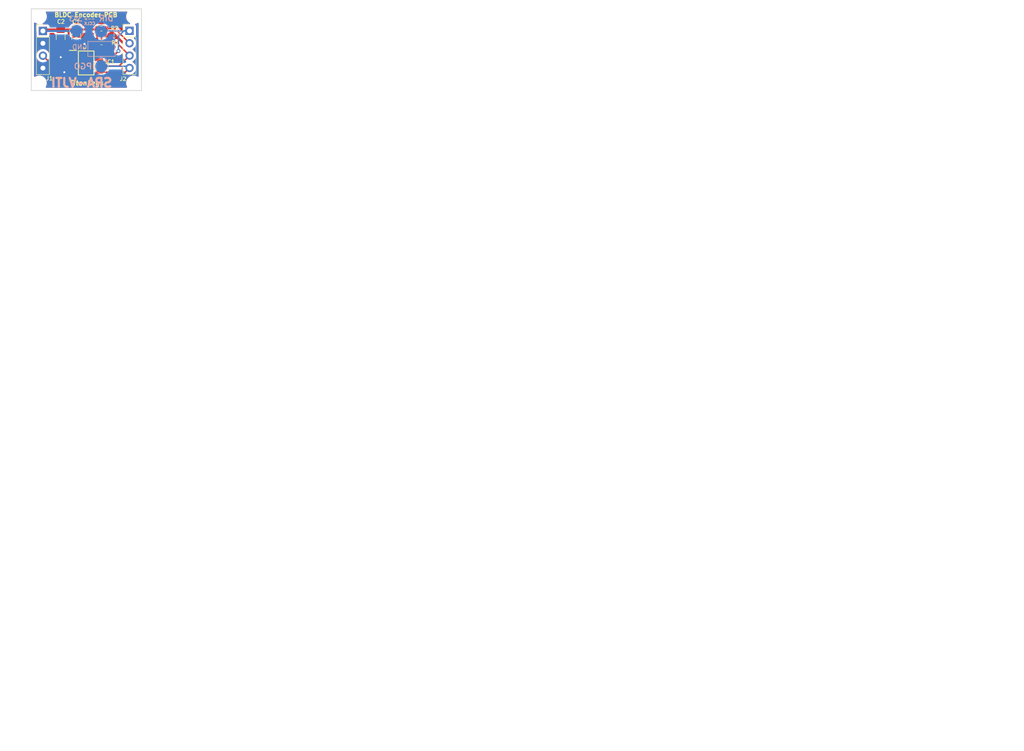
<source format=kicad_pcb>
(kicad_pcb (version 20171130) (host pcbnew 5.1.5+dfsg1-2build2)

  (general
    (thickness 1.6)
    (drawings 10)
    (tracks 59)
    (zones 0)
    (modules 19)
    (nets 8)
  )

  (page A4)
  (layers
    (0 F.Cu signal)
    (31 B.Cu signal)
    (32 B.Adhes user)
    (33 F.Adhes user)
    (34 B.Paste user)
    (35 F.Paste user)
    (36 B.SilkS user)
    (37 F.SilkS user)
    (38 B.Mask user)
    (39 F.Mask user)
    (40 Dwgs.User user)
    (41 Cmts.User user)
    (42 Eco1.User user)
    (43 Eco2.User user)
    (44 Edge.Cuts user)
    (45 Margin user)
    (46 B.CrtYd user)
    (47 F.CrtYd user)
    (48 B.Fab user)
    (49 F.Fab user)
  )

  (setup
    (last_trace_width 0.4)
    (user_trace_width 0.2)
    (user_trace_width 0.3)
    (user_trace_width 0.4)
    (trace_clearance 0.2)
    (zone_clearance 0.508)
    (zone_45_only yes)
    (trace_min 0.2)
    (via_size 0.8)
    (via_drill 0.4)
    (via_min_size 0.4)
    (via_min_drill 0.3)
    (uvia_size 0.3)
    (uvia_drill 0.1)
    (uvias_allowed no)
    (uvia_min_size 0.2)
    (uvia_min_drill 0.1)
    (edge_width 0.05)
    (segment_width 0.2)
    (pcb_text_width 0.3)
    (pcb_text_size 1.5 1.5)
    (mod_edge_width 0.12)
    (mod_text_size 1 1)
    (mod_text_width 0.15)
    (pad_size 5 2.5)
    (pad_drill 0)
    (pad_to_mask_clearance 0.051)
    (solder_mask_min_width 0.25)
    (aux_axis_origin 0 0)
    (visible_elements FFFFFF7F)
    (pcbplotparams
      (layerselection 0x010fc_ffffffff)
      (usegerberextensions false)
      (usegerberattributes false)
      (usegerberadvancedattributes false)
      (creategerberjobfile false)
      (excludeedgelayer true)
      (linewidth 0.100000)
      (plotframeref false)
      (viasonmask false)
      (mode 1)
      (useauxorigin false)
      (hpglpennumber 1)
      (hpglpenspeed 20)
      (hpglpendiameter 15.000000)
      (psnegative false)
      (psa4output false)
      (plotreference true)
      (plotvalue true)
      (plotinvisibletext false)
      (padsonsilk false)
      (subtractmaskfromsilk false)
      (outputformat 1)
      (mirror false)
      (drillshape 0)
      (scaleselection 1)
      (outputdirectory "../gerbers/"))
  )

  (net 0 "")
  (net 1 +3V3)
  (net 2 GND)
  (net 3 /DIR)
  (net 4 /SCL)
  (net 5 /SDA)
  (net 6 /PGO)
  (net 7 /OUT)

  (net_class Default "This is the default net class."
    (clearance 0.2)
    (trace_width 0.2)
    (via_dia 0.8)
    (via_drill 0.4)
    (uvia_dia 0.3)
    (uvia_drill 0.1)
    (add_net +3V3)
    (add_net /DIR)
    (add_net /OUT)
    (add_net /PGO)
    (add_net /SCL)
    (add_net /SDA)
    (add_net GND)
  )

  (module MountingHole:MountingHole_2.1mm (layer F.Cu) (tedit 5B924765) (tstamp 612527AC)
    (at 211.50834 148.39442)
    (descr "Mounting Hole 2.1mm, no annular")
    (tags "mounting hole 2.1mm no annular")
    (attr virtual)
    (fp_text reference REF** (at 0 -3.2) (layer F.SilkS) hide
      (effects (font (size 1 1) (thickness 0.15)))
    )
    (fp_text value MountingHole_2.1mm (at 0 3.2) (layer F.Fab)
      (effects (font (size 1 1) (thickness 0.15)))
    )
    (fp_text user %R (at 0.3 0) (layer F.Fab)
      (effects (font (size 1 1) (thickness 0.15)))
    )
    (fp_circle (center 0 0) (end 2.1 0) (layer Cmts.User) (width 0.15))
    (fp_circle (center 0 0) (end 2.35 0) (layer F.CrtYd) (width 0.05))
    (pad "" np_thru_hole circle (at 0 0) (size 2.1 2.1) (drill 2.1) (layers *.Cu *.Mask))
  )

  (module MountingHole:MountingHole_2.1mm (layer F.Cu) (tedit 5B924765) (tstamp 6125279E)
    (at 211.50834 162.04438)
    (descr "Mounting Hole 2.1mm, no annular")
    (tags "mounting hole 2.1mm no annular")
    (attr virtual)
    (fp_text reference REF** (at 0 -3.2) (layer F.SilkS) hide
      (effects (font (size 1 1) (thickness 0.15)))
    )
    (fp_text value MountingHole_2.1mm (at 0 3.2) (layer F.Fab)
      (effects (font (size 1 1) (thickness 0.15)))
    )
    (fp_circle (center 0 0) (end 2.35 0) (layer F.CrtYd) (width 0.05))
    (fp_circle (center 0 0) (end 2.1 0) (layer Cmts.User) (width 0.15))
    (fp_text user %R (at 0.3 0) (layer F.Fab)
      (effects (font (size 1 1) (thickness 0.15)))
    )
    (pad "" np_thru_hole circle (at 0 0) (size 2.1 2.1) (drill 2.1) (layers *.Cu *.Mask))
  )

  (module MountingHole:MountingHole_2.1mm (layer F.Cu) (tedit 5B924765) (tstamp 61252790)
    (at 192.13322 162.04438)
    (descr "Mounting Hole 2.1mm, no annular")
    (tags "mounting hole 2.1mm no annular")
    (attr virtual)
    (fp_text reference REF** (at 0 -3.2) (layer F.SilkS) hide
      (effects (font (size 1 1) (thickness 0.15)))
    )
    (fp_text value MountingHole_2.1mm (at 0 3.2) (layer F.Fab)
      (effects (font (size 1 1) (thickness 0.15)))
    )
    (fp_text user %R (at 0.3 0) (layer F.Fab)
      (effects (font (size 1 1) (thickness 0.15)))
    )
    (fp_circle (center 0 0) (end 2.1 0) (layer Cmts.User) (width 0.15))
    (fp_circle (center 0 0) (end 2.35 0) (layer F.CrtYd) (width 0.05))
    (pad "" np_thru_hole circle (at 0 0) (size 2.1 2.1) (drill 2.1) (layers *.Cu *.Mask))
  )

  (module "" (layer F.Cu) (tedit 0) (tstamp 61252756)
    (at 201.60488 145.24736)
    (fp_text reference "" (at 192.15354 148.37918) (layer F.SilkS)
      (effects (font (size 1.27 1.27) (thickness 0.15)))
    )
    (fp_text value "" (at 192.15354 148.37918) (layer F.SilkS)
      (effects (font (size 1.27 1.27) (thickness 0.15)))
    )
    (fp_text user %R (at 192.43322 148.28012) (layer F.Fab)
      (effects (font (size 1 1) (thickness 0.15)))
    )
  )

  (module "" (layer F.Cu) (tedit 0) (tstamp 61252756)
    (at 200.35012 149.1869)
    (fp_text reference "" (at 192.15354 148.37918) (layer F.SilkS)
      (effects (font (size 1.27 1.27) (thickness 0.15)))
    )
    (fp_text value "" (at 192.15354 148.37918) (layer F.SilkS)
      (effects (font (size 1.27 1.27) (thickness 0.15)))
    )
    (fp_text user %R (at 192.43322 148.28012) (layer F.Fab)
      (effects (font (size 1 1) (thickness 0.15)))
    )
  )

  (module "" (layer F.Cu) (tedit 0) (tstamp 6125274C)
    (at 195.17106 150.48738)
    (fp_text reference "" (at 192.15354 148.37918) (layer F.SilkS)
      (effects (font (size 1.27 1.27) (thickness 0.15)))
    )
    (fp_text value "" (at 192.15354 148.37918) (layer F.SilkS)
      (effects (font (size 1.27 1.27) (thickness 0.15)))
    )
    (fp_text user %R (at 192.43322 148.28012) (layer F.Fab)
      (effects (font (size 1 1) (thickness 0.15)))
    )
  )

  (module "" (layer F.Cu) (tedit 0) (tstamp 0)
    (at 193.98488 149.18182)
    (fp_text reference "" (at 192.15354 148.37918) (layer F.SilkS)
      (effects (font (size 1.27 1.27) (thickness 0.15)))
    )
    (fp_text value "" (at 192.15354 148.37918) (layer F.SilkS)
      (effects (font (size 1.27 1.27) (thickness 0.15)))
    )
    (fp_text user %R (at 192.43322 148.28012) (layer F.Fab)
      (effects (font (size 1 1) (thickness 0.15)))
    )
  )

  (module MountingHole:MountingHole_2.1mm (layer F.Cu) (tedit 5B924765) (tstamp 61252734)
    (at 192.15354 148.37918)
    (descr "Mounting Hole 2.1mm, no annular")
    (tags "mounting hole 2.1mm no annular")
    (attr virtual)
    (fp_text reference REF** (at 0 -3.2) (layer F.SilkS) hide
      (effects (font (size 1 1) (thickness 0.15)))
    )
    (fp_text value MountingHole_2.1mm (at 0 3.2) (layer F.Fab)
      (effects (font (size 1 1) (thickness 0.15)))
    )
    (fp_circle (center 0 0) (end 2.35 0) (layer F.CrtYd) (width 0.05))
    (fp_circle (center 0 0) (end 2.1 0) (layer Cmts.User) (width 0.15))
    (fp_text user %R (at 0.3 0) (layer F.Fab)
      (effects (font (size 1 1) (thickness 0.15)))
    )
    (pad "" np_thru_hole circle (at 0 0) (size 2.1 2.1) (drill 2.1) (layers *.Cu *.Mask))
  )

  (module Resistor_SMD:R_0603_1608Metric_Pad1.05x0.95mm_HandSolder (layer F.Cu) (tedit 5B301BBD) (tstamp 6124796B)
    (at 204.89 150.86)
    (descr "Resistor SMD 0603 (1608 Metric), square (rectangular) end terminal, IPC_7351 nominal with elongated pad for handsoldering. (Body size source: http://www.tortai-tech.com/upload/download/2011102023233369053.pdf), generated with kicad-footprint-generator")
    (tags "resistor handsolder")
    (path /6123992D)
    (attr smd)
    (fp_text reference R2 (at 2.72198 -0.03988) (layer F.SilkS)
      (effects (font (size 0.8 0.8) (thickness 0.15)))
    )
    (fp_text value 4.7k (at 0 1.43) (layer F.Fab)
      (effects (font (size 1 1) (thickness 0.15)))
    )
    (fp_text user %R (at 0 0) (layer F.Fab)
      (effects (font (size 0.4 0.4) (thickness 0.06)))
    )
    (fp_line (start 1.65 0.73) (end -1.65 0.73) (layer F.CrtYd) (width 0.05))
    (fp_line (start 1.65 -0.73) (end 1.65 0.73) (layer F.CrtYd) (width 0.05))
    (fp_line (start -1.65 -0.73) (end 1.65 -0.73) (layer F.CrtYd) (width 0.05))
    (fp_line (start -1.65 0.73) (end -1.65 -0.73) (layer F.CrtYd) (width 0.05))
    (fp_line (start -0.171267 0.51) (end 0.171267 0.51) (layer F.SilkS) (width 0.12))
    (fp_line (start -0.171267 -0.51) (end 0.171267 -0.51) (layer F.SilkS) (width 0.12))
    (fp_line (start 0.8 0.4) (end -0.8 0.4) (layer F.Fab) (width 0.1))
    (fp_line (start 0.8 -0.4) (end 0.8 0.4) (layer F.Fab) (width 0.1))
    (fp_line (start -0.8 -0.4) (end 0.8 -0.4) (layer F.Fab) (width 0.1))
    (fp_line (start -0.8 0.4) (end -0.8 -0.4) (layer F.Fab) (width 0.1))
    (pad 2 smd roundrect (at 0.875 0) (size 1.05 0.95) (layers F.Cu F.Paste F.Mask) (roundrect_rratio 0.25)
      (net 4 /SCL))
    (pad 1 smd roundrect (at -0.875 0) (size 1.05 0.95) (layers F.Cu F.Paste F.Mask) (roundrect_rratio 0.25)
      (net 1 +3V3))
    (model ${KISYS3DMOD}/Resistor_SMD.3dshapes/R_0603_1608Metric.wrl
      (at (xyz 0 0 0))
      (scale (xyz 1 1 1))
      (rotate (xyz 0 0 0))
    )
  )

  (module Resistor_SMD:R_0603_1608Metric_Pad1.05x0.95mm_HandSolder (layer F.Cu) (tedit 5B301BBD) (tstamp 6125670C)
    (at 204.91 153.69)
    (descr "Resistor SMD 0603 (1608 Metric), square (rectangular) end terminal, IPC_7351 nominal with elongated pad for handsoldering. (Body size source: http://www.tortai-tech.com/upload/download/2011102023233369053.pdf), generated with kicad-footprint-generator")
    (tags "resistor handsolder")
    (path /61239588)
    (attr smd)
    (fp_text reference R1 (at 2.81628 0.08668) (layer F.SilkS)
      (effects (font (size 0.8 0.8) (thickness 0.15)))
    )
    (fp_text value 4.7k (at 0 1.43) (layer F.Fab)
      (effects (font (size 1 1) (thickness 0.15)))
    )
    (fp_text user %R (at 0 0) (layer F.Fab)
      (effects (font (size 0.4 0.4) (thickness 0.06)))
    )
    (fp_line (start 1.65 0.73) (end -1.65 0.73) (layer F.CrtYd) (width 0.05))
    (fp_line (start 1.65 -0.73) (end 1.65 0.73) (layer F.CrtYd) (width 0.05))
    (fp_line (start -1.65 -0.73) (end 1.65 -0.73) (layer F.CrtYd) (width 0.05))
    (fp_line (start -1.65 0.73) (end -1.65 -0.73) (layer F.CrtYd) (width 0.05))
    (fp_line (start -0.171267 0.51) (end 0.171267 0.51) (layer F.SilkS) (width 0.12))
    (fp_line (start -0.171267 -0.51) (end 0.171267 -0.51) (layer F.SilkS) (width 0.12))
    (fp_line (start 0.8 0.4) (end -0.8 0.4) (layer F.Fab) (width 0.1))
    (fp_line (start 0.8 -0.4) (end 0.8 0.4) (layer F.Fab) (width 0.1))
    (fp_line (start -0.8 -0.4) (end 0.8 -0.4) (layer F.Fab) (width 0.1))
    (fp_line (start -0.8 0.4) (end -0.8 -0.4) (layer F.Fab) (width 0.1))
    (pad 2 smd roundrect (at 0.875 0) (size 1.05 0.95) (layers F.Cu F.Paste F.Mask) (roundrect_rratio 0.25)
      (net 5 /SDA))
    (pad 1 smd roundrect (at -0.875 0) (size 1.05 0.95) (layers F.Cu F.Paste F.Mask) (roundrect_rratio 0.25)
      (net 1 +3V3))
    (model ${KISYS3DMOD}/Resistor_SMD.3dshapes/R_0603_1608Metric.wrl
      (at (xyz 0 0 0))
      (scale (xyz 1 1 1))
      (rotate (xyz 0 0 0))
    )
  )

  (module TestPoint:TestPoint_Pad_D2.5mm (layer B.Cu) (tedit 61250885) (tstamp 61249B29)
    (at 204.91 155.04)
    (descr "SMD pad as test Point, diameter 2.5mm")
    (tags "test point SMD pad")
    (path /612B9A0F)
    (attr virtual)
    (fp_text reference GND (at -4.47606 -0.3794) (layer B.SilkS)
      (effects (font (size 1 1) (thickness 0.15)) (justify mirror))
    )
    (fp_text value TestPoint (at 0 -2.25) (layer B.Fab)
      (effects (font (size 1 1) (thickness 0.15)) (justify mirror))
    )
    (fp_circle (center 0 0) (end 1.75 0) (layer B.CrtYd) (width 0.05))
    (fp_text user %R (at 0 2.15) (layer B.Fab)
      (effects (font (size 1 1) (thickness 0.15)) (justify mirror))
    )
    (fp_line (start 2.794 1.524) (end 2.794 -1.524) (layer B.SilkS) (width 0.12))
    (fp_line (start 2.794 -1.524) (end -2.794 -1.524) (layer B.SilkS) (width 0.12))
    (fp_line (start -2.794 -1.524) (end -2.794 1.524) (layer B.SilkS) (width 0.12))
    (fp_line (start -2.794 1.524) (end 2.794 1.524) (layer B.SilkS) (width 0.12))
    (pad 1 smd rect (at 0 0) (size 5 2.5) (layers B.Cu B.Mask)
      (net 2 GND))
  )

  (module Connector_PinHeader_2.54mm:PinHeader_1x04_P2.54mm_Vertical (layer F.Cu) (tedit 59FED5CC) (tstamp 61251CC3)
    (at 192.89 151.35)
    (descr "Through hole straight pin header, 1x04, 2.54mm pitch, single row")
    (tags "Through hole pin header THT 1x04 2.54mm single row")
    (path /61256721)
    (fp_text reference J1 (at 1.34 9.74) (layer F.SilkS)
      (effects (font (size 0.8 0.8) (thickness 0.15)))
    )
    (fp_text value Conn_01x04_Male (at 0 9.95) (layer F.Fab)
      (effects (font (size 1 1) (thickness 0.15)))
    )
    (fp_text user %R (at 0 3.81 90) (layer F.Fab)
      (effects (font (size 1 1) (thickness 0.15)))
    )
    (fp_line (start 1.8 -1.8) (end -1.8 -1.8) (layer F.CrtYd) (width 0.05))
    (fp_line (start 1.8 9.4) (end 1.8 -1.8) (layer F.CrtYd) (width 0.05))
    (fp_line (start -1.8 9.4) (end 1.8 9.4) (layer F.CrtYd) (width 0.05))
    (fp_line (start -1.8 -1.8) (end -1.8 9.4) (layer F.CrtYd) (width 0.05))
    (fp_line (start -1.33 -1.33) (end 0 -1.33) (layer F.SilkS) (width 0.12))
    (fp_line (start -1.33 0) (end -1.33 -1.33) (layer F.SilkS) (width 0.12))
    (fp_line (start -1.33 1.27) (end 1.33 1.27) (layer F.SilkS) (width 0.12))
    (fp_line (start 1.33 1.27) (end 1.33 8.95) (layer F.SilkS) (width 0.12))
    (fp_line (start -1.33 1.27) (end -1.33 8.95) (layer F.SilkS) (width 0.12))
    (fp_line (start -1.33 8.95) (end 1.33 8.95) (layer F.SilkS) (width 0.12))
    (fp_line (start -1.27 -0.635) (end -0.635 -1.27) (layer F.Fab) (width 0.1))
    (fp_line (start -1.27 8.89) (end -1.27 -0.635) (layer F.Fab) (width 0.1))
    (fp_line (start 1.27 8.89) (end -1.27 8.89) (layer F.Fab) (width 0.1))
    (fp_line (start 1.27 -1.27) (end 1.27 8.89) (layer F.Fab) (width 0.1))
    (fp_line (start -0.635 -1.27) (end 1.27 -1.27) (layer F.Fab) (width 0.1))
    (pad 4 thru_hole oval (at 0 7.62) (size 1.7 1.7) (drill 1) (layers *.Cu *.Mask)
      (net 2 GND))
    (pad 3 thru_hole oval (at 0 5.08) (size 1.7 1.7) (drill 1) (layers *.Cu *.Mask)
      (net 7 /OUT))
    (pad 2 thru_hole oval (at 0 2.54) (size 1.7 1.7) (drill 1) (layers *.Cu *.Mask)
      (net 2 GND))
    (pad 1 thru_hole rect (at 0 0) (size 1.7 1.7) (drill 1) (layers *.Cu *.Mask)
      (net 1 +3V3))
    (model ${KISYS3DMOD}/Connector_PinHeader_2.54mm.3dshapes/PinHeader_1x04_P2.54mm_Vertical.wrl
      (offset (xyz 0 0 -1.5))
      (scale (xyz 1 1 1))
      (rotate (xyz 0 180 0))
    )
  )

  (module Capacitor_SMD:C_1206_3216Metric_Pad1.42x1.75mm_HandSolder (layer F.Cu) (tedit 5B301BBE) (tstamp 612478F3)
    (at 196.53 152.53 270)
    (descr "Capacitor SMD 1206 (3216 Metric), square (rectangular) end terminal, IPC_7351 nominal with elongated pad for handsoldering. (Body size source: http://www.tortai-tech.com/upload/download/2011102023233369053.pdf), generated with kicad-footprint-generator")
    (tags "capacitor handsolder")
    (path /6123B253)
    (attr smd)
    (fp_text reference C2 (at -3.08402 -0.05584 180) (layer F.SilkS)
      (effects (font (size 0.8 0.8) (thickness 0.15)))
    )
    (fp_text value 10uF (at 0 1.82 90) (layer F.Fab)
      (effects (font (size 1 1) (thickness 0.15)))
    )
    (fp_text user %R (at 0 0 90) (layer F.Fab)
      (effects (font (size 0.8 0.8) (thickness 0.12)))
    )
    (fp_line (start 2.45 1.12) (end -2.45 1.12) (layer F.CrtYd) (width 0.05))
    (fp_line (start 2.45 -1.12) (end 2.45 1.12) (layer F.CrtYd) (width 0.05))
    (fp_line (start -2.45 -1.12) (end 2.45 -1.12) (layer F.CrtYd) (width 0.05))
    (fp_line (start -2.45 1.12) (end -2.45 -1.12) (layer F.CrtYd) (width 0.05))
    (fp_line (start -0.602064 0.91) (end 0.602064 0.91) (layer F.SilkS) (width 0.12))
    (fp_line (start -0.602064 -0.91) (end 0.602064 -0.91) (layer F.SilkS) (width 0.12))
    (fp_line (start 1.6 0.8) (end -1.6 0.8) (layer F.Fab) (width 0.1))
    (fp_line (start 1.6 -0.8) (end 1.6 0.8) (layer F.Fab) (width 0.1))
    (fp_line (start -1.6 -0.8) (end 1.6 -0.8) (layer F.Fab) (width 0.1))
    (fp_line (start -1.6 0.8) (end -1.6 -0.8) (layer F.Fab) (width 0.1))
    (pad 2 smd roundrect (at 1.4875 0 270) (size 1.425 1.75) (layers F.Cu F.Paste F.Mask) (roundrect_rratio 0.175439)
      (net 2 GND))
    (pad 1 smd roundrect (at -1.4875 0 270) (size 1.425 1.75) (layers F.Cu F.Paste F.Mask) (roundrect_rratio 0.175439)
      (net 1 +3V3))
    (model ${KISYS3DMOD}/Capacitor_SMD.3dshapes/C_1206_3216Metric.wrl
      (at (xyz 0 0 0))
      (scale (xyz 1 1 1))
      (rotate (xyz 0 0 0))
    )
  )

  (module Capacitor_SMD:C_1206_3216Metric_Pad1.42x1.75mm_HandSolder (layer F.Cu) (tedit 5B301BBE) (tstamp 61249263)
    (at 199.73 152.53 90)
    (descr "Capacitor SMD 1206 (3216 Metric), square (rectangular) end terminal, IPC_7351 nominal with elongated pad for handsoldering. (Body size source: http://www.tortai-tech.com/upload/download/2011102023233369053.pdf), generated with kicad-footprint-generator")
    (tags "capacitor handsolder")
    (path /6123A1BF)
    (attr smd)
    (fp_text reference C1 (at 3.06878 -0.02758 180) (layer F.SilkS)
      (effects (font (size 0.8 0.8) (thickness 0.15)))
    )
    (fp_text value 0.1uF (at 0 1.82 90) (layer F.Fab)
      (effects (font (size 1 1) (thickness 0.15)))
    )
    (fp_text user %R (at 0 0 90) (layer F.Fab)
      (effects (font (size 0.8 0.8) (thickness 0.12)))
    )
    (fp_line (start 2.45 1.12) (end -2.45 1.12) (layer F.CrtYd) (width 0.05))
    (fp_line (start 2.45 -1.12) (end 2.45 1.12) (layer F.CrtYd) (width 0.05))
    (fp_line (start -2.45 -1.12) (end 2.45 -1.12) (layer F.CrtYd) (width 0.05))
    (fp_line (start -2.45 1.12) (end -2.45 -1.12) (layer F.CrtYd) (width 0.05))
    (fp_line (start -0.602064 0.91) (end 0.602064 0.91) (layer F.SilkS) (width 0.12))
    (fp_line (start -0.602064 -0.91) (end 0.602064 -0.91) (layer F.SilkS) (width 0.12))
    (fp_line (start 1.6 0.8) (end -1.6 0.8) (layer F.Fab) (width 0.1))
    (fp_line (start 1.6 -0.8) (end 1.6 0.8) (layer F.Fab) (width 0.1))
    (fp_line (start -1.6 -0.8) (end 1.6 -0.8) (layer F.Fab) (width 0.1))
    (fp_line (start -1.6 0.8) (end -1.6 -0.8) (layer F.Fab) (width 0.1))
    (pad 2 smd roundrect (at 1.4875 0 90) (size 1.425 1.75) (layers F.Cu F.Paste F.Mask) (roundrect_rratio 0.175439)
      (net 1 +3V3))
    (pad 1 smd roundrect (at -1.4875 0 90) (size 1.425 1.75) (layers F.Cu F.Paste F.Mask) (roundrect_rratio 0.175439)
      (net 2 GND))
    (model ${KISYS3DMOD}/Capacitor_SMD.3dshapes/C_1206_3216Metric.wrl
      (at (xyz 0 0 0))
      (scale (xyz 1 1 1))
      (rotate (xyz 0 0 0))
    )
  )

  (module TestPoint:TestPoint_Pad_D2.5mm (layer B.Cu) (tedit 6123AFEE) (tstamp 61247993)
    (at 204.83 151.43)
    (descr "SMD pad as test Point, diameter 2.5mm")
    (tags "test point SMD pad")
    (path /61275699)
    (attr smd)
    (fp_text reference DIR (at 1.03954 -2.66982) (layer B.SilkS)
      (effects (font (size 1.2 1.2) (thickness 0.2)) (justify mirror))
    )
    (fp_text value TestPoint (at 0 -2.25) (layer B.Fab)
      (effects (font (size 1 1) (thickness 0.15)) (justify mirror))
    )
    (fp_circle (center 0 0) (end 0 -1.45) (layer B.SilkS) (width 0.12))
    (fp_circle (center 0 0) (end 1.75 0) (layer B.CrtYd) (width 0.05))
    (fp_text user %R (at 0 2.15) (layer B.Fab)
      (effects (font (size 1 1) (thickness 0.15)) (justify mirror))
    )
    (pad 1 smd circle (at 0 0) (size 2.5 2.5) (layers B.Cu B.Mask)
      (net 3 /DIR))
  )

  (module TestPoint:TestPoint_Pad_D2.5mm (layer B.Cu) (tedit 6123ABA5) (tstamp 61249C39)
    (at 199.82 151.37)
    (descr "SMD pad as test Point, diameter 2.5mm")
    (tags "test point SMD pad")
    (path /61274B3F)
    (attr virtual)
    (fp_text reference 3V3 (at -0.176 -2.51838) (layer B.SilkS)
      (effects (font (size 1 1) (thickness 0.15)) (justify mirror))
    )
    (fp_text value TestPoint (at 0 -2.25) (layer B.Fab)
      (effects (font (size 1 1) (thickness 0.15)) (justify mirror))
    )
    (fp_circle (center 0 0) (end 0 -1.45) (layer B.SilkS) (width 0.12))
    (fp_circle (center 0 0) (end 1.75 0) (layer B.CrtYd) (width 0.05))
    (fp_text user %R (at 0 2.15) (layer B.Fab)
      (effects (font (size 1 1) (thickness 0.15)) (justify mirror))
    )
    (pad 1 smd circle (at 0 0) (size 2.5 2.5) (layers B.Cu B.Mask)
      (net 1 +3V3))
  )

  (module TestPoint:TestPoint_Pad_D2.5mm (layer B.Cu) (tedit 6123ABD0) (tstamp 61249BF3)
    (at 204.86 158.6)
    (descr "SMD pad as test Point, diameter 2.5mm")
    (tags "test point SMD pad")
    (path /61273AD3)
    (attr virtual)
    (fp_text reference PGO (at -3.75296 0.01538) (layer B.SilkS)
      (effects (font (size 1.2 1.2) (thickness 0.2)) (justify mirror))
    )
    (fp_text value TestPoint (at 0 -2.25) (layer B.Fab)
      (effects (font (size 1 1) (thickness 0.15)) (justify mirror))
    )
    (fp_circle (center 0 0) (end 0 -1.45) (layer B.SilkS) (width 0.12))
    (fp_circle (center 0 0) (end 1.75 0) (layer B.CrtYd) (width 0.05))
    (pad 1 smd circle (at 0 0) (size 2.5 2.5) (layers B.Cu B.Mask)
      (net 6 /PGO))
  )

  (module Connector_PinHeader_2.54mm:PinHeader_1x04_P2.54mm_Vertical (layer F.Cu) (tedit 59FED5CC) (tstamp 61251C4F)
    (at 210.66 151.33)
    (descr "Through hole straight pin header, 1x04, 2.54mm pitch, single row")
    (tags "Through hole pin header THT 1x04 2.54mm single row")
    (path /61256C81)
    (fp_text reference J2 (at -1.32 9.86) (layer F.SilkS)
      (effects (font (size 0.8 0.8) (thickness 0.15)))
    )
    (fp_text value Conn_01x04_Male (at 0 9.95) (layer F.Fab)
      (effects (font (size 1 1) (thickness 0.15)))
    )
    (fp_text user %R (at 0 3.81 90) (layer F.Fab)
      (effects (font (size 1 1) (thickness 0.15)))
    )
    (fp_line (start 1.8 -1.8) (end -1.8 -1.8) (layer F.CrtYd) (width 0.05))
    (fp_line (start 1.8 9.4) (end 1.8 -1.8) (layer F.CrtYd) (width 0.05))
    (fp_line (start -1.8 9.4) (end 1.8 9.4) (layer F.CrtYd) (width 0.05))
    (fp_line (start -1.8 -1.8) (end -1.8 9.4) (layer F.CrtYd) (width 0.05))
    (fp_line (start -1.33 -1.33) (end 0 -1.33) (layer F.SilkS) (width 0.12))
    (fp_line (start -1.33 0) (end -1.33 -1.33) (layer F.SilkS) (width 0.12))
    (fp_line (start -1.33 1.27) (end 1.33 1.27) (layer F.SilkS) (width 0.12))
    (fp_line (start 1.33 1.27) (end 1.33 8.95) (layer F.SilkS) (width 0.12))
    (fp_line (start -1.33 1.27) (end -1.33 8.95) (layer F.SilkS) (width 0.12))
    (fp_line (start -1.33 8.95) (end 1.33 8.95) (layer F.SilkS) (width 0.12))
    (fp_line (start -1.27 -0.635) (end -0.635 -1.27) (layer F.Fab) (width 0.1))
    (fp_line (start -1.27 8.89) (end -1.27 -0.635) (layer F.Fab) (width 0.1))
    (fp_line (start 1.27 8.89) (end -1.27 8.89) (layer F.Fab) (width 0.1))
    (fp_line (start 1.27 -1.27) (end 1.27 8.89) (layer F.Fab) (width 0.1))
    (fp_line (start -0.635 -1.27) (end 1.27 -1.27) (layer F.Fab) (width 0.1))
    (pad 4 thru_hole oval (at 0 7.62) (size 1.7 1.7) (drill 1) (layers *.Cu *.Mask)
      (net 6 /PGO))
    (pad 3 thru_hole oval (at 0 5.08) (size 1.7 1.7) (drill 1) (layers *.Cu *.Mask)
      (net 5 /SDA))
    (pad 2 thru_hole oval (at 0 2.54) (size 1.7 1.7) (drill 1) (layers *.Cu *.Mask)
      (net 4 /SCL))
    (pad 1 thru_hole rect (at 0 0) (size 1.7 1.7) (drill 1) (layers *.Cu *.Mask)
      (net 3 /DIR))
    (model ${KISYS3DMOD}/Connector_PinHeader_2.54mm.3dshapes/PinHeader_1x04_P2.54mm_Vertical.wrl
      (offset (xyz 0 0 -1.5))
      (scale (xyz 1 1 1))
      (rotate (xyz 0 180 0))
    )
  )

  (module AS5600-ASOM:SOIC127P600X175-8N (layer F.Cu) (tedit 611E2518) (tstamp 612489D9)
    (at 201.76236 157.91688)
    (descr SOIC-8)
    (tags "Integrated Circuit")
    (path /612131D2)
    (attr smd)
    (fp_text reference IC1 (at 4.89966 -0.23368 180) (layer F.SilkS)
      (effects (font (size 0.8 0.8) (thickness 0.15)))
    )
    (fp_text value AS5600-ASOM (at 0 0) (layer F.SilkS) hide
      (effects (font (size 1.27 1.27) (thickness 0.254)))
    )
    (fp_line (start -3.45 -2.58) (end -1.95 -2.58) (layer F.SilkS) (width 0.2))
    (fp_line (start -1.6 2.45) (end -1.6 -2.45) (layer F.SilkS) (width 0.2))
    (fp_line (start 1.6 2.45) (end -1.6 2.45) (layer F.SilkS) (width 0.2))
    (fp_line (start 1.6 -2.45) (end 1.6 2.45) (layer F.SilkS) (width 0.2))
    (fp_line (start -1.6 -2.45) (end 1.6 -2.45) (layer F.SilkS) (width 0.2))
    (fp_line (start -1.95 -1.18) (end -0.68 -2.45) (layer Dwgs.User) (width 0.1))
    (fp_line (start -1.95 2.45) (end -1.95 -2.45) (layer Dwgs.User) (width 0.1))
    (fp_line (start 1.95 2.45) (end -1.95 2.45) (layer Dwgs.User) (width 0.1))
    (fp_line (start 1.95 -2.45) (end 1.95 2.45) (layer Dwgs.User) (width 0.1))
    (fp_line (start -1.95 -2.45) (end 1.95 -2.45) (layer Dwgs.User) (width 0.1))
    (fp_line (start -3.7 2.7) (end -3.7 -2.7) (layer Dwgs.User) (width 0.05))
    (fp_line (start 3.7 2.7) (end -3.7 2.7) (layer Dwgs.User) (width 0.05))
    (fp_line (start 3.7 -2.7) (end 3.7 2.7) (layer Dwgs.User) (width 0.05))
    (fp_line (start -3.7 -2.7) (end 3.7 -2.7) (layer Dwgs.User) (width 0.05))
    (pad 8 smd rect (at 2.7 -1.905 90) (size 0.65 1.5) (layers F.Cu F.Paste F.Mask)
      (net 3 /DIR))
    (pad 7 smd rect (at 2.7 -0.635 90) (size 0.65 1.5) (layers F.Cu F.Paste F.Mask)
      (net 4 /SCL))
    (pad 6 smd rect (at 2.7 0.635 90) (size 0.65 1.5) (layers F.Cu F.Paste F.Mask)
      (net 5 /SDA))
    (pad 5 smd rect (at 2.7 1.905 90) (size 0.65 1.5) (layers F.Cu F.Paste F.Mask)
      (net 6 /PGO))
    (pad 4 smd rect (at -2.7 1.905 90) (size 0.65 1.5) (layers F.Cu F.Paste F.Mask)
      (net 2 GND))
    (pad 3 smd rect (at -2.7 0.635 90) (size 0.65 1.5) (layers F.Cu F.Paste F.Mask)
      (net 7 /OUT))
    (pad 2 smd rect (at -2.7 -0.635 90) (size 0.65 1.5) (layers F.Cu F.Paste F.Mask)
      (net 1 +3V3))
    (pad 1 smd rect (at -2.7 -1.905 90) (size 0.65 1.5) (layers F.Cu F.Paste F.Mask)
      (net 1 +3V3))
    (model /home/djshah11/Desktop/BLDC-Encoder-PCB/component_libraries/AS5600-ASOM/AS5600-ASOM.stp
      (at (xyz 0 0 0))
      (scale (xyz 1 1 1))
      (rotate (xyz 0 0 0))
    )
  )

  (gr_text 1 (at 201.50074 154.89936 270) (layer F.SilkS)
    (effects (font (size 0.4 0.4) (thickness 0.1)))
  )
  (gr_text TitanLegs (at 201.84364 162.04184) (layer F.SilkS)
    (effects (font (size 1 1) (thickness 0.21) italic))
  )
  (gr_line (start 190.5 163.576) (end 190.5 146.812) (layer Edge.Cuts) (width 0.15) (tstamp 6125159E))
  (gr_line (start 213.106 163.576) (end 190.5 163.576) (layer Edge.Cuts) (width 0.15))
  (gr_line (start 213.106 146.812) (end 213.106 163.576) (layer Edge.Cuts) (width 0.15))
  (gr_line (start 190.5 146.812) (end 213.106 146.812) (layer Edge.Cuts) (width 0.15))
  (gr_text SRA-VJTI (at 200.8251 161.9758) (layer B.SilkS)
    (effects (font (size 1.8 1.8) (thickness 0.45)) (justify mirror))
  )
  (gr_text "BLDC Encoder PCB" (at 201.72172 148.05152) (layer F.SilkS)
    (effects (font (size 0.9 0.9) (thickness 0.225)))
  )
  (gr_text "--->\nCLK" (at 207.9244 151.67102 90) (layer B.SilkS) (tstamp 6125179B)
    (effects (font (size 0.6 0.6) (thickness 0.15)) (justify mirror))
  )
  (gr_text "-->\nCCLK" (at 202.4507 149.34438) (layer B.SilkS)
    (effects (font (size 0.6 0.6) (thickness 0.15)) (justify mirror))
  )

  (segment (start 193.1975 151.0425) (end 192.89 151.35) (width 0.4) (layer F.Cu) (net 1))
  (segment (start 196.53 151.0425) (end 193.1975 151.0425) (width 0.4) (layer F.Cu) (net 1))
  (segment (start 192.91 151.37) (end 192.89 151.35) (width 0.4) (layer B.Cu) (net 1))
  (segment (start 199.82 151.37) (end 192.91 151.37) (width 0.4) (layer B.Cu) (net 1))
  (segment (start 196.53 151.0425) (end 198.10108 151.0425) (width 0.4) (layer F.Cu) (net 1))
  (segment (start 198.10108 151.0425) (end 199.73 151.0425) (width 0.4) (layer F.Cu) (net 1))
  (segment (start 198.63736 156.01188) (end 199.06236 156.01188) (width 0.4) (layer F.Cu) (net 1))
  (segment (start 198.15556 155.53008) (end 198.63736 156.01188) (width 0.4) (layer F.Cu) (net 1))
  (segment (start 198.15556 151.09698) (end 198.15556 155.53008) (width 0.4) (layer F.Cu) (net 1))
  (segment (start 198.10108 151.0425) (end 198.15556 151.09698) (width 0.4) (layer F.Cu) (net 1))
  (segment (start 199.06236 156.01188) (end 199.06236 157.28188) (width 0.4) (layer F.Cu) (net 1))
  (segment (start 203.8325 151.0425) (end 204.015 150.86) (width 0.4) (layer F.Cu) (net 1))
  (segment (start 199.73 151.0425) (end 203.8325 151.0425) (width 0.4) (layer F.Cu) (net 1))
  (segment (start 204.015 153.67) (end 204.035 153.69) (width 0.4) (layer F.Cu) (net 1))
  (segment (start 204.015 150.86) (end 204.015 153.67) (width 0.4) (layer F.Cu) (net 1))
  (segment (start 196.1775 153.89) (end 196.54 153.5275) (width 0.4) (layer F.Cu) (net 2))
  (via (at 196.5452 156.73832) (size 0.8) (drill 0.4) (layers F.Cu B.Cu) (net 2))
  (segment (start 196.53 154.0175) (end 196.53 156.72312) (width 0.4) (layer F.Cu) (net 2))
  (segment (start 196.53 156.72312) (end 196.5452 156.73832) (width 0.4) (layer F.Cu) (net 2))
  (segment (start 199.73 154.0175) (end 199.73 153.305) (width 0.4) (layer F.Cu) (net 2))
  (via (at 201.41692 153.97988) (size 0.8) (drill 0.4) (layers F.Cu B.Cu) (net 2))
  (segment (start 201.3793 154.0175) (end 201.41692 153.97988) (width 0.4) (layer F.Cu) (net 2))
  (segment (start 199.73 154.0175) (end 201.3793 154.0175) (width 0.4) (layer F.Cu) (net 2))
  (via (at 197.27926 159.81934) (size 0.8) (drill 0.4) (layers F.Cu B.Cu) (net 2))
  (segment (start 197.2818 159.82188) (end 197.27926 159.81934) (width 0.4) (layer F.Cu) (net 2))
  (segment (start 199.06236 159.82188) (end 197.2818 159.82188) (width 0.4) (layer F.Cu) (net 2))
  (via (at 208.38668 155.4734) (size 0.8) (drill 0.4) (layers F.Cu B.Cu) (net 3))
  (segment (start 204.46236 156.01188) (end 207.8482 156.01188) (width 0.3) (layer F.Cu) (net 3))
  (segment (start 207.8482 156.01188) (end 208.38668 155.4734) (width 0.3) (layer F.Cu) (net 3))
  (segment (start 210.66 151.33) (end 209.51 151.33) (width 0.3) (layer B.Cu) (net 3))
  (segment (start 209.51 151.33) (end 208.38668 152.45332) (width 0.3) (layer B.Cu) (net 3))
  (segment (start 208.38668 152.45332) (end 208.38668 154.907715) (width 0.3) (layer B.Cu) (net 3))
  (segment (start 208.38668 154.907715) (end 208.38668 155.4734) (width 0.3) (layer B.Cu) (net 3))
  (segment (start 210.65934 151.33066) (end 210.66 151.33) (width 0.3) (layer B.Cu) (net 3))
  (segment (start 204.92934 151.33066) (end 210.65934 151.33066) (width 0.3) (layer B.Cu) (net 3))
  (segment (start 204.83 151.43) (end 204.92934 151.33066) (width 0.3) (layer B.Cu) (net 3))
  (segment (start 210.66 154.4) (end 210.66 153.87) (width 0.3) (layer F.Cu) (net 4))
  (segment (start 207.65 150.86) (end 206.3775 150.86) (width 0.3) (layer F.Cu) (net 4))
  (segment (start 210.66 153.87) (end 207.65 150.86) (width 0.3) (layer F.Cu) (net 4))
  (segment (start 202.85456 156.72408) (end 203.41236 157.28188) (width 0.3) (layer F.Cu) (net 4))
  (segment (start 203.41236 157.28188) (end 204.46236 157.28188) (width 0.3) (layer F.Cu) (net 4))
  (segment (start 202.85456 155.6004) (end 202.85456 156.72408) (width 0.3) (layer F.Cu) (net 4))
  (segment (start 204.33284 155.02382) (end 203.43114 155.02382) (width 0.3) (layer F.Cu) (net 4))
  (segment (start 204.91 152.19) (end 204.91 154.44666) (width 0.3) (layer F.Cu) (net 4))
  (segment (start 204.91 154.44666) (end 204.33284 155.02382) (width 0.3) (layer F.Cu) (net 4))
  (segment (start 205.765 151.335) (end 204.91 152.19) (width 0.3) (layer F.Cu) (net 4))
  (segment (start 203.43114 155.02382) (end 202.85456 155.6004) (width 0.3) (layer F.Cu) (net 4))
  (segment (start 205.765 150.86) (end 205.765 151.335) (width 0.3) (layer F.Cu) (net 4))
  (segment (start 208.51812 158.55188) (end 204.46236 158.55188) (width 0.3) (layer F.Cu) (net 5))
  (segment (start 210.66 156.41) (end 208.51812 158.55188) (width 0.3) (layer F.Cu) (net 5))
  (segment (start 205.785 153.69) (end 207.94 153.69) (width 0.3) (layer F.Cu) (net 5))
  (segment (start 207.94 153.69) (end 210.66 156.41) (width 0.3) (layer F.Cu) (net 5))
  (segment (start 210.055 159.555) (end 210.66 158.95) (width 0.3) (layer F.Cu) (net 6))
  (segment (start 210.31 158.6) (end 210.66 158.95) (width 0.3) (layer B.Cu) (net 6))
  (segment (start 204.86 158.6) (end 210.31 158.6) (width 0.3) (layer B.Cu) (net 6))
  (segment (start 209.78812 159.82188) (end 210.66 158.95) (width 0.3) (layer F.Cu) (net 6))
  (segment (start 204.46236 159.82188) (end 209.78812 159.82188) (width 0.3) (layer F.Cu) (net 6))
  (segment (start 195.01188 158.55188) (end 192.89 156.43) (width 0.3) (layer F.Cu) (net 7))
  (segment (start 199.06236 158.55188) (end 195.01188 158.55188) (width 0.3) (layer F.Cu) (net 7))

  (zone (net 0) (net_name "") (layer F.Cu) (tstamp 61250C07) (hatch edge 0.508)
    (connect_pads yes (clearance 0.508))
    (min_thickness 0.254)
    (fill yes (arc_segments 32) (thermal_gap 0.508) (thermal_bridge_width 0.508) (smoothing fillet) (radius 0.254))
    (polygon
      (pts
        (xy 213.083 163.449) (xy 190.523 163.449) (xy 190.396 146.939) (xy 212.956 146.939)
      )
    )
    (filled_polygon
      (pts
        (xy 212.396001 160.610963) (xy 212.306487 160.551152) (xy 211.999836 160.424134) (xy 211.674298 160.35938) (xy 211.342382 160.35938)
        (xy 211.016844 160.424134) (xy 210.710193 160.551152) (xy 210.434215 160.735555) (xy 210.199515 160.970255) (xy 210.015112 161.246233)
        (xy 209.888094 161.552884) (xy 209.82334 161.878422) (xy 209.82334 162.210338) (xy 209.888094 162.535876) (xy 210.015112 162.842527)
        (xy 210.030796 162.866) (xy 193.610764 162.866) (xy 193.626448 162.842527) (xy 193.753466 162.535876) (xy 193.81822 162.210338)
        (xy 193.81822 161.878422) (xy 193.753466 161.552884) (xy 193.626448 161.246233) (xy 193.442045 160.970255) (xy 193.207345 160.735555)
        (xy 192.931367 160.551152) (xy 192.658114 160.437968) (xy 192.74374 160.455) (xy 193.03626 160.455) (xy 193.323158 160.397932)
        (xy 193.593411 160.28599) (xy 193.836632 160.123475) (xy 194.043475 159.916632) (xy 194.20599 159.673411) (xy 194.317932 159.403158)
        (xy 194.375 159.11626) (xy 194.375 159.025158) (xy 194.429538 159.079696) (xy 194.454116 159.109644) (xy 194.484064 159.134222)
        (xy 194.484067 159.134225) (xy 194.513439 159.15833) (xy 194.573647 159.207742) (xy 194.71002 159.280634) (xy 194.823552 159.315074)
        (xy 194.857992 159.325521) (xy 194.87237 159.326937) (xy 194.973319 159.33688) (xy 194.973326 159.33688) (xy 195.011879 159.340677)
        (xy 195.050432 159.33688) (xy 196.358826 159.33688) (xy 196.284034 159.517442) (xy 196.24426 159.717401) (xy 196.24426 159.921279)
        (xy 196.284034 160.121238) (xy 196.362055 160.309596) (xy 196.475323 160.479114) (xy 196.619486 160.623277) (xy 196.789004 160.736545)
        (xy 196.977362 160.814566) (xy 197.177321 160.85434) (xy 197.381199 160.85434) (xy 197.581158 160.814566) (xy 197.769516 160.736545)
        (xy 197.888743 160.65688) (xy 197.932842 160.65688) (xy 197.957866 160.677417) (xy 198.06818 160.736382) (xy 198.187878 160.772692)
        (xy 198.31236 160.784952) (xy 199.81236 160.784952) (xy 199.936842 160.772692) (xy 200.05654 160.736382) (xy 200.166854 160.677417)
        (xy 200.263545 160.598065) (xy 200.342897 160.501374) (xy 200.401862 160.39106) (xy 200.438172 160.271362) (xy 200.450432 160.14688)
        (xy 200.450432 159.49688) (xy 200.438172 159.372398) (xy 200.401862 159.2527) (xy 200.36668 159.18688) (xy 200.401862 159.12106)
        (xy 200.438172 159.001362) (xy 200.450432 158.87688) (xy 200.450432 158.22688) (xy 200.438172 158.102398) (xy 200.401862 157.9827)
        (xy 200.36668 157.91688) (xy 200.401862 157.85106) (xy 200.438172 157.731362) (xy 200.450432 157.60688) (xy 200.450432 156.95688)
        (xy 200.438172 156.832398) (xy 200.401862 156.7127) (xy 200.36668 156.64688) (xy 200.401862 156.58106) (xy 200.438172 156.461362)
        (xy 200.450432 156.33688) (xy 200.450432 155.68688) (xy 200.438172 155.562398) (xy 200.401862 155.4427) (xy 200.361623 155.36742)
        (xy 200.528254 155.351008) (xy 200.69485 155.300472) (xy 200.848386 155.218405) (xy 200.982962 155.107962) (xy 201.093405 154.973386)
        (xy 201.096571 154.967463) (xy 201.115022 154.975106) (xy 201.314981 155.01488) (xy 201.518859 155.01488) (xy 201.718818 154.975106)
        (xy 201.907176 154.897085) (xy 202.076694 154.783817) (xy 202.220857 154.639654) (xy 202.334125 154.470136) (xy 202.412146 154.281778)
        (xy 202.45192 154.081819) (xy 202.45192 153.877941) (xy 202.412146 153.677982) (xy 202.334125 153.489624) (xy 202.220857 153.320106)
        (xy 202.076694 153.175943) (xy 201.907176 153.062675) (xy 201.718818 152.984654) (xy 201.518859 152.94488) (xy 201.314981 152.94488)
        (xy 201.115022 152.984654) (xy 201.051753 153.010861) (xy 200.982962 152.927038) (xy 200.848386 152.816595) (xy 200.69485 152.734528)
        (xy 200.528254 152.683992) (xy 200.355 152.666928) (xy 200.268725 152.666928) (xy 200.196146 152.607364) (xy 200.051087 152.529828)
        (xy 199.893689 152.482082) (xy 199.73 152.46596) (xy 199.566312 152.482082) (xy 199.408914 152.529828) (xy 199.263855 152.607364)
        (xy 199.191276 152.666928) (xy 199.105 152.666928) (xy 198.99056 152.678199) (xy 198.99056 152.381801) (xy 199.105 152.393072)
        (xy 200.355 152.393072) (xy 200.528254 152.376008) (xy 200.69485 152.325472) (xy 200.848386 152.243405) (xy 200.982962 152.132962)
        (xy 201.093405 151.998386) (xy 201.15802 151.8775) (xy 203.18 151.8775) (xy 203.180001 152.79101) (xy 203.128377 152.833377)
        (xy 203.019488 152.966058) (xy 202.938577 153.117433) (xy 202.888752 153.281684) (xy 202.871928 153.4525) (xy 202.871928 153.9275)
        (xy 202.888752 154.098316) (xy 202.938577 154.262567) (xy 202.994464 154.367126) (xy 202.992907 154.367958) (xy 202.96893 154.387636)
        (xy 202.903327 154.441475) (xy 202.903324 154.441478) (xy 202.873376 154.466056) (xy 202.848797 154.496005) (xy 202.326749 155.018054)
        (xy 202.296796 155.042636) (xy 202.198698 155.162168) (xy 202.125806 155.298541) (xy 202.080919 155.446514) (xy 202.06956 155.56184)
        (xy 202.06956 155.561847) (xy 202.065763 155.6004) (xy 202.06956 155.638953) (xy 202.069561 156.685518) (xy 202.065763 156.72408)
        (xy 202.080919 156.877966) (xy 202.125806 157.025939) (xy 202.143695 157.059406) (xy 202.198699 157.162313) (xy 202.220819 157.189266)
        (xy 202.272215 157.251892) (xy 202.272219 157.251896) (xy 202.296797 157.281844) (xy 202.326745 157.306422) (xy 202.830017 157.809695)
        (xy 202.854596 157.839644) (xy 202.884544 157.864222) (xy 202.884547 157.864225) (xy 202.897885 157.875171) (xy 202.974127 157.937742)
        (xy 203.1105 158.010634) (xy 203.114057 158.011713) (xy 203.086548 158.102398) (xy 203.074288 158.22688) (xy 203.074288 158.87688)
        (xy 203.086548 159.001362) (xy 203.122858 159.12106) (xy 203.15804 159.18688) (xy 203.122858 159.2527) (xy 203.086548 159.372398)
        (xy 203.074288 159.49688) (xy 203.074288 160.14688) (xy 203.086548 160.271362) (xy 203.122858 160.39106) (xy 203.181823 160.501374)
        (xy 203.261175 160.598065) (xy 203.357866 160.677417) (xy 203.46818 160.736382) (xy 203.587878 160.772692) (xy 203.71236 160.784952)
        (xy 205.21236 160.784952) (xy 205.336842 160.772692) (xy 205.45654 160.736382) (xy 205.566854 160.677417) (xy 205.652804 160.60688)
        (xy 209.749567 160.60688) (xy 209.78812 160.610677) (xy 209.826673 160.60688) (xy 209.826681 160.60688) (xy 209.942007 160.595521)
        (xy 210.08998 160.550634) (xy 210.226353 160.477742) (xy 210.324339 160.397326) (xy 210.51374 160.435) (xy 210.80626 160.435)
        (xy 211.093158 160.377932) (xy 211.363411 160.26599) (xy 211.606632 160.103475) (xy 211.813475 159.896632) (xy 211.97599 159.653411)
        (xy 212.087932 159.383158) (xy 212.145 159.09626) (xy 212.145 158.80374) (xy 212.087932 158.516842) (xy 211.97599 158.246589)
        (xy 211.813475 158.003368) (xy 211.606632 157.796525) (xy 211.43224 157.68) (xy 211.606632 157.563475) (xy 211.813475 157.356632)
        (xy 211.97599 157.113411) (xy 212.087932 156.843158) (xy 212.145 156.55626) (xy 212.145 156.26374) (xy 212.087932 155.976842)
        (xy 211.97599 155.706589) (xy 211.813475 155.463368) (xy 211.606632 155.256525) (xy 211.43224 155.14) (xy 211.606632 155.023475)
        (xy 211.813475 154.816632) (xy 211.97599 154.573411) (xy 212.087932 154.303158) (xy 212.145 154.01626) (xy 212.145 153.72374)
        (xy 212.087932 153.436842) (xy 211.97599 153.166589) (xy 211.813475 152.923368) (xy 211.68162 152.791513) (xy 211.75418 152.769502)
        (xy 211.864494 152.710537) (xy 211.961185 152.631185) (xy 212.040537 152.534494) (xy 212.099502 152.42418) (xy 212.135812 152.304482)
        (xy 212.148072 152.18) (xy 212.148072 150.48) (xy 212.135812 150.355518) (xy 212.099502 150.23582) (xy 212.040537 150.125506)
        (xy 211.961185 150.028815) (xy 211.954848 150.023615) (xy 211.999836 150.014666) (xy 212.306487 149.887648) (xy 212.396 149.827837)
      )
    )
    (filled_polygon
      (pts
        (xy 191.355393 149.872408) (xy 191.653373 149.995834) (xy 191.588815 150.048815) (xy 191.509463 150.145506) (xy 191.450498 150.25582)
        (xy 191.414188 150.375518) (xy 191.401928 150.5) (xy 191.401928 152.2) (xy 191.414188 152.324482) (xy 191.450498 152.44418)
        (xy 191.509463 152.554494) (xy 191.588815 152.651185) (xy 191.685506 152.730537) (xy 191.79582 152.789502) (xy 191.86838 152.811513)
        (xy 191.736525 152.943368) (xy 191.57401 153.186589) (xy 191.462068 153.456842) (xy 191.405 153.74374) (xy 191.405 154.03626)
        (xy 191.462068 154.323158) (xy 191.57401 154.593411) (xy 191.736525 154.836632) (xy 191.943368 155.043475) (xy 192.11776 155.16)
        (xy 191.943368 155.276525) (xy 191.736525 155.483368) (xy 191.57401 155.726589) (xy 191.462068 155.996842) (xy 191.405 156.28374)
        (xy 191.405 156.57626) (xy 191.462068 156.863158) (xy 191.57401 157.133411) (xy 191.736525 157.376632) (xy 191.943368 157.583475)
        (xy 192.11776 157.7) (xy 191.943368 157.816525) (xy 191.736525 158.023368) (xy 191.57401 158.266589) (xy 191.462068 158.536842)
        (xy 191.405 158.82374) (xy 191.405 159.11626) (xy 191.462068 159.403158) (xy 191.57401 159.673411) (xy 191.736525 159.916632)
        (xy 191.943368 160.123475) (xy 192.186589 160.28599) (xy 192.423444 160.384098) (xy 192.299178 160.35938) (xy 191.967262 160.35938)
        (xy 191.641724 160.424134) (xy 191.335073 160.551152) (xy 191.21 160.634723) (xy 191.21 149.775259)
      )
    )
    (filled_polygon
      (pts
        (xy 209.175 159.03688) (xy 209.143277 159.03688) (xy 209.175 159.005157)
      )
    )
    (filled_polygon
      (pts
        (xy 195.166595 151.998386) (xy 195.277038 152.132962) (xy 195.411614 152.243405) (xy 195.56515 152.325472) (xy 195.731746 152.376008)
        (xy 195.905 152.393072) (xy 197.155 152.393072) (xy 197.32056 152.376766) (xy 197.32056 152.683234) (xy 197.155 152.666928)
        (xy 195.905 152.666928) (xy 195.731746 152.683992) (xy 195.56515 152.734528) (xy 195.411614 152.816595) (xy 195.277038 152.927038)
        (xy 195.166595 153.061614) (xy 195.084528 153.21515) (xy 195.033992 153.381746) (xy 195.016928 153.555) (xy 195.016928 154.48)
        (xy 195.033992 154.653254) (xy 195.084528 154.81985) (xy 195.166595 154.973386) (xy 195.277038 155.107962) (xy 195.411614 155.218405)
        (xy 195.56515 155.300472) (xy 195.695 155.339861) (xy 195.695001 156.147782) (xy 195.627995 156.248064) (xy 195.549974 156.436422)
        (xy 195.5102 156.636381) (xy 195.5102 156.840259) (xy 195.549974 157.040218) (xy 195.627995 157.228576) (xy 195.741263 157.398094)
        (xy 195.885426 157.542257) (xy 196.054944 157.655525) (xy 196.243302 157.733546) (xy 196.410885 157.76688) (xy 195.337038 157.76688)
        (xy 194.337075 156.766918) (xy 194.375 156.57626) (xy 194.375 156.28374) (xy 194.317932 155.996842) (xy 194.20599 155.726589)
        (xy 194.043475 155.483368) (xy 193.836632 155.276525) (xy 193.66224 155.16) (xy 193.836632 155.043475) (xy 194.043475 154.836632)
        (xy 194.20599 154.593411) (xy 194.317932 154.323158) (xy 194.375 154.03626) (xy 194.375 153.74374) (xy 194.317932 153.456842)
        (xy 194.20599 153.186589) (xy 194.043475 152.943368) (xy 193.91162 152.811513) (xy 193.98418 152.789502) (xy 194.094494 152.730537)
        (xy 194.191185 152.651185) (xy 194.270537 152.554494) (xy 194.329502 152.44418) (xy 194.365812 152.324482) (xy 194.378072 152.2)
        (xy 194.378072 151.8775) (xy 195.10198 151.8775)
      )
    )
    (filled_polygon
      (pts
        (xy 209.175 156.26374) (xy 209.175 156.55626) (xy 209.212925 156.746918) (xy 208.192963 157.76688) (xy 205.827398 157.76688)
        (xy 205.838172 157.731362) (xy 205.850432 157.60688) (xy 205.850432 156.95688) (xy 205.838172 156.832398) (xy 205.827398 156.79688)
        (xy 207.809647 156.79688) (xy 207.8482 156.800677) (xy 207.886753 156.79688) (xy 207.886761 156.79688) (xy 208.002087 156.785521)
        (xy 208.15006 156.740634) (xy 208.286433 156.667742) (xy 208.405964 156.569644) (xy 208.430547 156.53969) (xy 208.461837 156.5084)
        (xy 208.488619 156.5084) (xy 208.688578 156.468626) (xy 208.876936 156.390605) (xy 209.046454 156.277337) (xy 209.190617 156.133174)
        (xy 209.20536 156.111109)
      )
    )
    (filled_polygon
      (pts
        (xy 197.380388 155.851166) (xy 197.457924 155.996225) (xy 197.462017 156.001212) (xy 197.56227 156.123371) (xy 197.594134 156.149521)
        (xy 197.674288 156.229675) (xy 197.674288 156.33688) (xy 197.686548 156.461362) (xy 197.722858 156.58106) (xy 197.75804 156.64688)
        (xy 197.722858 156.7127) (xy 197.686548 156.832398) (xy 197.674288 156.95688) (xy 197.674288 157.60688) (xy 197.686548 157.731362)
        (xy 197.697322 157.76688) (xy 196.679515 157.76688) (xy 196.847098 157.733546) (xy 197.035456 157.655525) (xy 197.204974 157.542257)
        (xy 197.349137 157.398094) (xy 197.462405 157.228576) (xy 197.540426 157.040218) (xy 197.5802 156.840259) (xy 197.5802 156.636381)
        (xy 197.540426 156.436422) (xy 197.462405 156.248064) (xy 197.365 156.102287) (xy 197.365 155.800438)
      )
    )
    (filled_polygon
      (pts
        (xy 207.776301 154.636458) (xy 207.726906 154.669463) (xy 207.582743 154.813626) (xy 207.469475 154.983144) (xy 207.391454 155.171502)
        (xy 207.380439 155.22688) (xy 205.652804 155.22688) (xy 205.566854 155.156343) (xy 205.45654 155.097378) (xy 205.389712 155.077106)
        (xy 205.437815 155.029003) (xy 205.467764 155.004424) (xy 205.565862 154.884893) (xy 205.609596 154.803072) (xy 206.0725 154.803072)
        (xy 206.243316 154.786248) (xy 206.407567 154.736423) (xy 206.558942 154.655512) (xy 206.691623 154.546623) (xy 206.750403 154.475)
        (xy 207.614843 154.475)
      )
    )
    (filled_polygon
      (pts
        (xy 209.212925 153.533082) (xy 209.175 153.72374) (xy 209.175 153.814843) (xy 208.522347 153.16219) (xy 208.497764 153.132236)
        (xy 208.378233 153.034138) (xy 208.24186 152.961246) (xy 208.093887 152.916359) (xy 207.978561 152.905) (xy 207.978553 152.905)
        (xy 207.94 152.901203) (xy 207.901447 152.905) (xy 206.750403 152.905) (xy 206.691623 152.833377) (xy 206.558942 152.724488)
        (xy 206.407567 152.643577) (xy 206.243316 152.593752) (xy 206.0725 152.576928) (xy 205.695 152.576928) (xy 205.695 152.515157)
        (xy 206.26723 151.942927) (xy 206.387567 151.906423) (xy 206.538942 151.825512) (xy 206.671623 151.716623) (xy 206.730403 151.645)
        (xy 207.324843 151.645)
      )
    )
    (filled_polygon
      (pts
        (xy 210.015112 147.596273) (xy 209.888094 147.902924) (xy 209.82334 148.228462) (xy 209.82334 148.560378) (xy 209.888094 148.885916)
        (xy 210.015112 149.192567) (xy 210.199515 149.468545) (xy 210.434215 149.703245) (xy 210.641768 149.841928) (xy 209.81 149.841928)
        (xy 209.685518 149.854188) (xy 209.56582 149.890498) (xy 209.455506 149.949463) (xy 209.358815 150.028815) (xy 209.279463 150.125506)
        (xy 209.220498 150.23582) (xy 209.184188 150.355518) (xy 209.171928 150.48) (xy 209.171928 151.271771) (xy 208.232347 150.33219)
        (xy 208.207764 150.302236) (xy 208.088233 150.204138) (xy 207.95186 150.131246) (xy 207.803887 150.086359) (xy 207.688561 150.075)
        (xy 207.688553 150.075) (xy 207.65 150.071203) (xy 207.611447 150.075) (xy 206.730403 150.075) (xy 206.671623 150.003377)
        (xy 206.538942 149.894488) (xy 206.387567 149.813577) (xy 206.223316 149.763752) (xy 206.0525 149.746928) (xy 205.4775 149.746928)
        (xy 205.306684 149.763752) (xy 205.142433 149.813577) (xy 204.991058 149.894488) (xy 204.89 149.977425) (xy 204.788942 149.894488)
        (xy 204.637567 149.813577) (xy 204.473316 149.763752) (xy 204.3025 149.746928) (xy 203.7275 149.746928) (xy 203.556684 149.763752)
        (xy 203.392433 149.813577) (xy 203.241058 149.894488) (xy 203.108377 150.003377) (xy 202.999488 150.136058) (xy 202.961302 150.2075)
        (xy 201.15802 150.2075) (xy 201.093405 150.086614) (xy 200.982962 149.952038) (xy 200.848386 149.841595) (xy 200.69485 149.759528)
        (xy 200.528254 149.708992) (xy 200.355 149.691928) (xy 199.105 149.691928) (xy 198.931746 149.708992) (xy 198.76515 149.759528)
        (xy 198.611614 149.841595) (xy 198.477038 149.952038) (xy 198.366595 150.086614) (xy 198.30198 150.2075) (xy 198.142098 150.2075)
        (xy 198.10108 150.20346) (xy 198.060062 150.2075) (xy 197.95802 150.2075) (xy 197.893405 150.086614) (xy 197.782962 149.952038)
        (xy 197.648386 149.841595) (xy 197.49485 149.759528) (xy 197.328254 149.708992) (xy 197.155 149.691928) (xy 195.905 149.691928)
        (xy 195.731746 149.708992) (xy 195.56515 149.759528) (xy 195.411614 149.841595) (xy 195.277038 149.952038) (xy 195.166595 150.086614)
        (xy 195.10198 150.2075) (xy 194.303674 150.2075) (xy 194.270537 150.145506) (xy 194.191185 150.048815) (xy 194.094494 149.969463)
        (xy 193.98418 149.910498) (xy 193.864482 149.874188) (xy 193.74 149.861928) (xy 192.967371 149.861928) (xy 193.227665 149.688005)
        (xy 193.462365 149.453305) (xy 193.646768 149.177327) (xy 193.773786 148.870676) (xy 193.83854 148.545138) (xy 193.83854 148.213222)
        (xy 193.773786 147.887684) (xy 193.646768 147.581033) (xy 193.607323 147.522) (xy 210.06474 147.522)
      )
    )
  )
  (zone (net 2) (net_name GND) (layer B.Cu) (tstamp 61250C04) (hatch edge 0.508)
    (connect_pads yes (clearance 0.508))
    (min_thickness 0.254)
    (fill yes (arc_segments 32) (thermal_gap 0.508) (thermal_bridge_width 0.508))
    (polygon
      (pts
        (xy 213.083 163.449) (xy 190.523 163.449) (xy 190.396 146.939) (xy 212.956 146.939)
      )
    )
    (filled_polygon
      (pts
        (xy 210.015112 147.596273) (xy 209.888094 147.902924) (xy 209.82334 148.228462) (xy 209.82334 148.560378) (xy 209.888094 148.885916)
        (xy 210.015112 149.192567) (xy 210.199515 149.468545) (xy 210.434215 149.703245) (xy 210.641768 149.841928) (xy 209.81 149.841928)
        (xy 209.685518 149.854188) (xy 209.56582 149.890498) (xy 209.455506 149.949463) (xy 209.358815 150.028815) (xy 209.279463 150.125506)
        (xy 209.220498 150.23582) (xy 209.184188 150.355518) (xy 209.171928 150.48) (xy 209.171928 150.54566) (xy 206.504004 150.54566)
        (xy 206.500466 150.537118) (xy 206.294175 150.228382) (xy 206.031618 149.965825) (xy 205.722882 149.759534) (xy 205.379834 149.617439)
        (xy 205.015656 149.545) (xy 204.644344 149.545) (xy 204.280166 149.617439) (xy 203.937118 149.759534) (xy 203.628382 149.965825)
        (xy 203.365825 150.228382) (xy 203.159534 150.537118) (xy 203.017439 150.880166) (xy 202.945 151.244344) (xy 202.945 151.615656)
        (xy 203.017439 151.979834) (xy 203.159534 152.322882) (xy 203.365825 152.631618) (xy 203.628382 152.894175) (xy 203.937118 153.100466)
        (xy 204.280166 153.242561) (xy 204.644344 153.315) (xy 205.015656 153.315) (xy 205.379834 153.242561) (xy 205.722882 153.100466)
        (xy 206.031618 152.894175) (xy 206.294175 152.631618) (xy 206.500466 152.322882) (xy 206.5863 152.11566) (xy 207.677062 152.11566)
        (xy 207.657926 152.151461) (xy 207.613039 152.299434) (xy 207.60168 152.41476) (xy 207.60168 152.414767) (xy 207.597883 152.45332)
        (xy 207.60168 152.491873) (xy 207.601681 154.794688) (xy 207.582743 154.813626) (xy 207.469475 154.983144) (xy 207.391454 155.171502)
        (xy 207.35168 155.371461) (xy 207.35168 155.575339) (xy 207.391454 155.775298) (xy 207.469475 155.963656) (xy 207.582743 156.133174)
        (xy 207.726906 156.277337) (xy 207.896424 156.390605) (xy 208.084782 156.468626) (xy 208.284741 156.5084) (xy 208.488619 156.5084)
        (xy 208.688578 156.468626) (xy 208.876936 156.390605) (xy 209.046454 156.277337) (xy 209.190617 156.133174) (xy 209.20536 156.111109)
        (xy 209.175 156.26374) (xy 209.175 156.55626) (xy 209.232068 156.843158) (xy 209.34401 157.113411) (xy 209.506525 157.356632)
        (xy 209.713368 157.563475) (xy 209.88776 157.68) (xy 209.713368 157.796525) (xy 209.694893 157.815) (xy 206.575152 157.815)
        (xy 206.530466 157.707118) (xy 206.324175 157.398382) (xy 206.061618 157.135825) (xy 205.752882 156.929534) (xy 205.409834 156.787439)
        (xy 205.045656 156.715) (xy 204.674344 156.715) (xy 204.310166 156.787439) (xy 203.967118 156.929534) (xy 203.658382 157.135825)
        (xy 203.395825 157.398382) (xy 203.189534 157.707118) (xy 203.047439 158.050166) (xy 202.975 158.414344) (xy 202.975 158.785656)
        (xy 203.047439 159.149834) (xy 203.189534 159.492882) (xy 203.395825 159.801618) (xy 203.658382 160.064175) (xy 203.967118 160.270466)
        (xy 204.310166 160.412561) (xy 204.674344 160.485) (xy 205.045656 160.485) (xy 205.409834 160.412561) (xy 205.752882 160.270466)
        (xy 206.061618 160.064175) (xy 206.324175 159.801618) (xy 206.530466 159.492882) (xy 206.575152 159.385) (xy 209.232831 159.385)
        (xy 209.34401 159.653411) (xy 209.506525 159.896632) (xy 209.713368 160.103475) (xy 209.956589 160.26599) (xy 210.226842 160.377932)
        (xy 210.51374 160.435) (xy 210.80626 160.435) (xy 211.093158 160.377932) (xy 211.363411 160.26599) (xy 211.606632 160.103475)
        (xy 211.813475 159.896632) (xy 211.97599 159.653411) (xy 212.087932 159.383158) (xy 212.145 159.09626) (xy 212.145 158.80374)
        (xy 212.087932 158.516842) (xy 211.97599 158.246589) (xy 211.813475 158.003368) (xy 211.606632 157.796525) (xy 211.43224 157.68)
        (xy 211.606632 157.563475) (xy 211.813475 157.356632) (xy 211.97599 157.113411) (xy 212.087932 156.843158) (xy 212.145 156.55626)
        (xy 212.145 156.26374) (xy 212.087932 155.976842) (xy 211.97599 155.706589) (xy 211.813475 155.463368) (xy 211.606632 155.256525)
        (xy 211.43224 155.14) (xy 211.606632 155.023475) (xy 211.813475 154.816632) (xy 211.97599 154.573411) (xy 212.087932 154.303158)
        (xy 212.145 154.01626) (xy 212.145 153.72374) (xy 212.087932 153.436842) (xy 211.97599 153.166589) (xy 211.813475 152.923368)
        (xy 211.68162 152.791513) (xy 211.75418 152.769502) (xy 211.864494 152.710537) (xy 211.961185 152.631185) (xy 212.040537 152.534494)
        (xy 212.099502 152.42418) (xy 212.135812 152.304482) (xy 212.148072 152.18) (xy 212.148072 150.48) (xy 212.135812 150.355518)
        (xy 212.099502 150.23582) (xy 212.040537 150.125506) (xy 211.961185 150.028815) (xy 211.954848 150.023615) (xy 211.999836 150.014666)
        (xy 212.306487 149.887648) (xy 212.396 149.827837) (xy 212.396001 160.610963) (xy 212.306487 160.551152) (xy 211.999836 160.424134)
        (xy 211.674298 160.35938) (xy 211.342382 160.35938) (xy 211.016844 160.424134) (xy 210.710193 160.551152) (xy 210.434215 160.735555)
        (xy 210.199515 160.970255) (xy 210.015112 161.246233) (xy 209.888094 161.552884) (xy 209.82334 161.878422) (xy 209.82334 162.210338)
        (xy 209.888094 162.535876) (xy 210.015112 162.842527) (xy 210.030796 162.866) (xy 193.610764 162.866) (xy 193.626448 162.842527)
        (xy 193.753466 162.535876) (xy 193.81822 162.210338) (xy 193.81822 161.878422) (xy 193.753466 161.552884) (xy 193.626448 161.246233)
        (xy 193.442045 160.970255) (xy 193.207345 160.735555) (xy 192.931367 160.551152) (xy 192.624716 160.424134) (xy 192.299178 160.35938)
        (xy 191.967262 160.35938) (xy 191.641724 160.424134) (xy 191.335073 160.551152) (xy 191.21 160.634723) (xy 191.21 156.28374)
        (xy 191.405 156.28374) (xy 191.405 156.57626) (xy 191.462068 156.863158) (xy 191.57401 157.133411) (xy 191.736525 157.376632)
        (xy 191.943368 157.583475) (xy 192.186589 157.74599) (xy 192.456842 157.857932) (xy 192.74374 157.915) (xy 193.03626 157.915)
        (xy 193.323158 157.857932) (xy 193.593411 157.74599) (xy 193.836632 157.583475) (xy 194.043475 157.376632) (xy 194.20599 157.133411)
        (xy 194.317932 156.863158) (xy 194.375 156.57626) (xy 194.375 156.28374) (xy 194.317932 155.996842) (xy 194.20599 155.726589)
        (xy 194.043475 155.483368) (xy 193.836632 155.276525) (xy 193.593411 155.11401) (xy 193.323158 155.002068) (xy 193.03626 154.945)
        (xy 192.74374 154.945) (xy 192.456842 155.002068) (xy 192.186589 155.11401) (xy 191.943368 155.276525) (xy 191.736525 155.483368)
        (xy 191.57401 155.726589) (xy 191.462068 155.996842) (xy 191.405 156.28374) (xy 191.21 156.28374) (xy 191.21 149.775259)
        (xy 191.355393 149.872408) (xy 191.653373 149.995834) (xy 191.588815 150.048815) (xy 191.509463 150.145506) (xy 191.450498 150.25582)
        (xy 191.414188 150.375518) (xy 191.401928 150.5) (xy 191.401928 152.2) (xy 191.414188 152.324482) (xy 191.450498 152.44418)
        (xy 191.509463 152.554494) (xy 191.588815 152.651185) (xy 191.685506 152.730537) (xy 191.79582 152.789502) (xy 191.915518 152.825812)
        (xy 192.04 152.838072) (xy 193.74 152.838072) (xy 193.864482 152.825812) (xy 193.98418 152.789502) (xy 194.094494 152.730537)
        (xy 194.191185 152.651185) (xy 194.270537 152.554494) (xy 194.329502 152.44418) (xy 194.365812 152.324482) (xy 194.37758 152.205)
        (xy 198.125559 152.205) (xy 198.149534 152.262882) (xy 198.355825 152.571618) (xy 198.618382 152.834175) (xy 198.927118 153.040466)
        (xy 199.270166 153.182561) (xy 199.634344 153.255) (xy 200.005656 153.255) (xy 200.369834 153.182561) (xy 200.712882 153.040466)
        (xy 201.021618 152.834175) (xy 201.284175 152.571618) (xy 201.490466 152.262882) (xy 201.632561 151.919834) (xy 201.705 151.555656)
        (xy 201.705 151.184344) (xy 201.632561 150.820166) (xy 201.490466 150.477118) (xy 201.284175 150.168382) (xy 201.021618 149.905825)
        (xy 200.712882 149.699534) (xy 200.369834 149.557439) (xy 200.005656 149.485) (xy 199.634344 149.485) (xy 199.270166 149.557439)
        (xy 198.927118 149.699534) (xy 198.618382 149.905825) (xy 198.355825 150.168382) (xy 198.149534 150.477118) (xy 198.125559 150.535)
        (xy 194.378072 150.535) (xy 194.378072 150.5) (xy 194.365812 150.375518) (xy 194.329502 150.25582) (xy 194.270537 150.145506)
        (xy 194.191185 150.048815) (xy 194.094494 149.969463) (xy 193.98418 149.910498) (xy 193.864482 149.874188) (xy 193.74 149.861928)
        (xy 192.967371 149.861928) (xy 193.227665 149.688005) (xy 193.462365 149.453305) (xy 193.646768 149.177327) (xy 193.773786 148.870676)
        (xy 193.83854 148.545138) (xy 193.83854 148.213222) (xy 193.773786 147.887684) (xy 193.646768 147.581033) (xy 193.607323 147.522)
        (xy 210.06474 147.522)
      )
    )
  )
)

</source>
